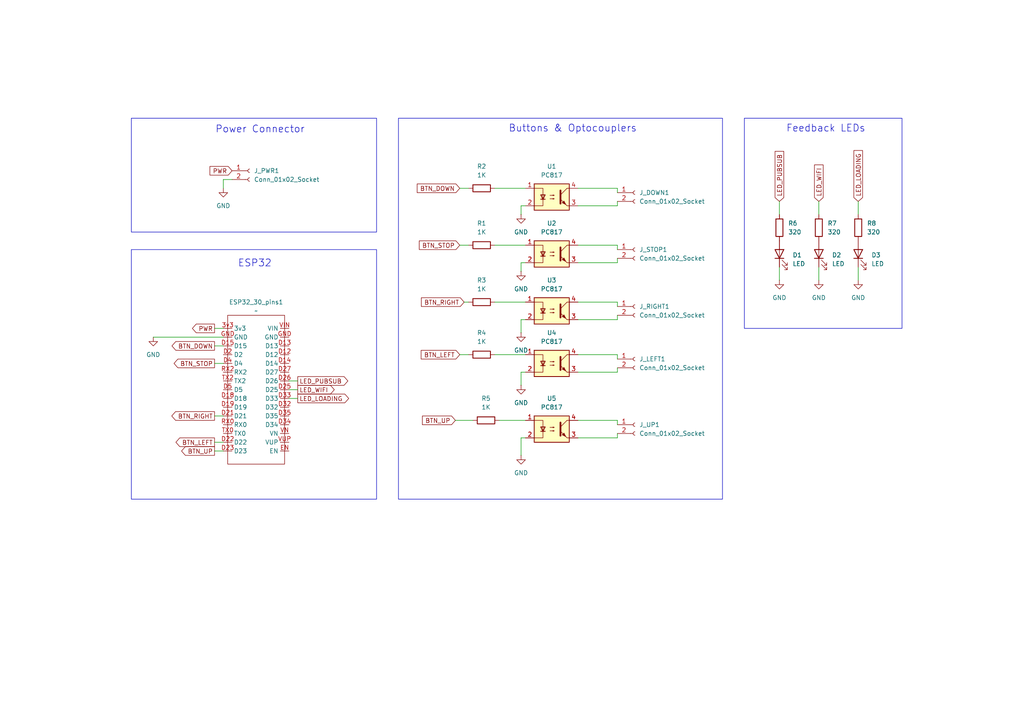
<source format=kicad_sch>
(kicad_sch (version 20231120) (generator "eeschema") (generator_version "8.0")
  (paper "A4")
  (lib_symbols
    (symbol "Connector:Conn_01x02_Socket" (pin_names (offset 1.016) hide)
      (property "Reference" "J" (at 0 2.54 0))
      (property "Value" "Conn_01x02_Socket" (at 0 -5.08 0))
      (symbol "Conn_01x02_Socket_1_1"
        (arc (start 0 -2.032) (mid -0.5058 -2.54) (end 0 -3.048) (stroke (width 0.1524)))
        (polyline (pts (xy -1.27 -2.54) (xy -0.508 -2.54)) (stroke (width 0.1524)))
        (polyline (pts (xy -1.27 0) (xy -0.508 0)) (stroke (width 0.1524)))
        (arc (start 0 0.508) (mid -0.5058 0) (end 0 -0.508) (stroke (width 0.1524)))
        (pin passive line (at -5.08 0 0) (length 3.81) (name "Pin_1") (number "1"))
        (pin passive line (at -5.08 -2.54 0) (length 3.81) (name "Pin_2") (number "2"))
      )
    )
    (symbol "Connector:Conn_ESP_32_DEVKIT_30_pins"
      (property "Reference" "ESP32_30_pins1" (at 9.525 7.62 0))
      (property "Value" "~" (at 9.525 5.08 0))
      (symbol "Conn_ESP_32_DEVKIT_30_pins_0_1"
        (rectangle (start 1.27 3.81) (end 17.78 -39.37))
      )
      (symbol "Conn_ESP_32_DEVKIT_30_pins_1_1"
        (pin bidirectional line (at 0 0 0) (length 2.54) (name "3v3") (number "3v3"))
        (pin input line (at 19.05 -7.62 180) (length 2.54) (name "D12") (number "D12"))
        (pin input line (at 19.05 -5.08 180) (length 2.54) (name "D13") (number "D13"))
        (pin input line (at 19.05 -10.16 180) (length 2.54) (name "D14") (number "D14"))
        (pin bidirectional line (at 0 -5.08 0) (length 2.54) (name "D15") (number "D15"))
        (pin input line (at 0 -20.32 0) (length 2.54) (name "D18") (number "D18"))
        (pin input line (at 0 -22.86 0) (length 2.54) (name "D19") (number "D19"))
        (pin input line (at 0 -7.62 0) (length 2.54) (name "D2") (number "D2"))
        (pin input line (at 0 -25.4 0) (length 2.54) (name "D21") (number "D21"))
        (pin input line (at 0 -33.02 0) (length 2.54) (name "D22") (number "D22"))
        (pin input line (at 0 -35.56 0) (length 2.54) (name "D23") (number "D23"))
        (pin input line (at 19.05 -17.78 180) (length 2.54) (name "D25") (number "D25"))
        (pin input line (at 19.05 -15.24 180) (length 2.54) (name "D26") (number "D26"))
        (pin input line (at 19.05 -12.7 180) (length 2.54) (name "D27") (number "D27"))
        (pin input line (at 19.05 -22.86 180) (length 2.54) (name "D32") (number "D32"))
        (pin input line (at 19.05 -20.32 180) (length 2.54) (name "D33") (number "D33"))
        (pin input line (at 19.05 -27.94 180) (length 2.54) (name "D34") (number "D34"))
        (pin input line (at 19.05 -25.4 180) (length 2.54) (name "D35") (number "D35"))
        (pin input line (at 0 -10.16 0) (length 2.54) (name "D4") (number "D4"))
        (pin input line (at 0 -17.78 0) (length 2.54) (name "D5") (number "D5"))
        (pin bidirectional line (at 19.05 -35.56 180) (length 2.54) (name "EN") (number "EN"))
        (pin output line (at 0 -2.54 0) (length 2.54) (name "GND") (number "GND"))
        (pin input line (at 19.05 -2.54 180) (length 2.54) (name "GND") (number "GND"))
        (pin input line (at 0 -27.94 0) (length 2.54) (name "RX0") (number "RX0"))
        (pin input line (at 0 -12.7 0) (length 2.54) (name "RX2") (number "RX2"))
        (pin input line (at 0 -30.48 0) (length 2.54) (name "TX0") (number "TX0"))
        (pin input line (at 0 -15.24 0) (length 2.54) (name "TX2") (number "TX2"))
        (pin input line (at 19.05 0 180) (length 2.54) (name "VIN") (number "VIN"))
        (pin bidirectional line (at 19.05 -30.48 180) (length 2.54) (name "VN") (number "VN"))
        (pin output line (at 19.05 -33.02 180) (length 2.54) (name "VUP") (number "VUP"))
      )
    )
    (symbol "Device:LED" (pin_numbers hide) (pin_names (offset 1.016) hide)
      (property "Reference" "D" (at 0 2.54 0))
      (property "Value" "LED" (at 0 -2.54 0))
      (symbol "LED_0_1"
        (polyline (pts (xy -1.27 -1.27) (xy -1.27 1.27)) (stroke (width 0.254)))
        (polyline (pts (xy -1.27 0) (xy 1.27 0)))
        (polyline (pts (xy 1.27 -1.27) (xy 1.27 1.27) (xy -1.27 0) (xy 1.27 -1.27)) (stroke (width 0.254)))
        (polyline (pts (xy -3.048 -0.762) (xy -4.572 -2.286) (xy -3.81 -2.286) (xy -4.572 -2.286) (xy -4.572 -1.524)))
        (polyline (pts (xy -1.778 -0.762) (xy -3.302 -2.286) (xy -2.54 -2.286) (xy -3.302 -2.286) (xy -3.302 -1.524)))
      )
      (symbol "LED_1_1"
        (pin passive line (at -3.81 0 0) (length 2.54) (name "K") (number "1"))
        (pin passive line (at 3.81 0 180) (length 2.54) (name "A") (number "2"))
      )
    )
    (symbol "Device:R" (pin_numbers hide) (pin_names (offset 0))
      (property "Reference" "R" (at 2.032 0 90))
      (property "Value" "R" (at 0 0 90))
      (symbol "R_0_1"
        (rectangle (start -1.016 -2.54) (end 1.016 2.54) (stroke (width 0.254)))
      )
      (symbol "R_1_1"
        (pin passive line (at 0 3.81 270) (length 1.27) (name "~") (number "1"))
        (pin passive line (at 0 -3.81 90) (length 1.27) (name "~") (number "2"))
      )
    )
    (symbol "Isolator:PC817" (pin_names (offset 1.016))
      (property "Reference" "U" (at -5.08 5.08 0))
      (property "Value" "PC817" (at 0 5.08 0))
      (symbol "PC817_0_1"
        (rectangle (start -5.08 3.81) (end 5.08 -3.81) (stroke (width 0.254)) (fill (type background)))
        (polyline (pts (xy -3.175 -0.635) (xy -1.905 -0.635)) (stroke (width 0.254)))
        (polyline (pts (xy 2.54 0.635) (xy 4.445 2.54)))
        (polyline (pts (xy 4.445 -2.54) (xy 2.54 -0.635)) (fill (type outline)))
        (polyline (pts (xy 4.445 -2.54) (xy 5.08 -2.54)))
        (polyline (pts (xy 4.445 2.54) (xy 5.08 2.54)))
        (polyline (pts (xy -5.08 2.54) (xy -2.54 2.54) (xy -2.54 -0.635)))
        (polyline (pts (xy -2.54 -0.635) (xy -2.54 -2.54) (xy -5.08 -2.54)))
        (polyline (pts (xy 2.54 1.905) (xy 2.54 -1.905) (xy 2.54 -1.905)) (stroke (width 0.508)))
        (polyline (pts (xy -2.54 -0.635) (xy -3.175 0.635) (xy -1.905 0.635) (xy -2.54 -0.635)) (stroke (width 0.254)))
        (polyline (pts (xy -0.508 -0.508) (xy 0.762 -0.508) (xy 0.381 -0.635) (xy 0.381 -0.381) (xy 0.762 -0.508)))
        (polyline (pts (xy -0.508 0.508) (xy 0.762 0.508) (xy 0.381 0.381) (xy 0.381 0.635) (xy 0.762 0.508)))
        (polyline (pts (xy 3.048 -1.651) (xy 3.556 -1.143) (xy 4.064 -2.159) (xy 3.048 -1.651) (xy 3.048 -1.651)) (fill (type outline)))
      )
      (symbol "PC817_1_1"
        (pin passive line (at -7.62 2.54 0) (length 2.54) (name "~") (number "1"))
        (pin passive line (at -7.62 -2.54 0) (length 2.54) (name "~") (number "2"))
        (pin passive line (at 7.62 -2.54 180) (length 2.54) (name "~") (number "3"))
        (pin passive line (at 7.62 2.54 180) (length 2.54) (name "~") (number "4"))
      )
    )
    (symbol "power:GND" (power) (pin_numbers hide) (pin_names (offset 0) hide)
      (property "Value" "GND" (at 0 -3.81 0))
      (symbol "GND_0_1"
        (polyline (pts (xy 0 0) (xy 0 -1.27) (xy 1.27 -1.27) (xy 0 -2.54) (xy -1.27 -1.27) (xy 0 -1.27)))
      )
      (symbol "GND_1_1"
        (pin power_in line (at 0 0 270) (length 0) (name "~") (number "1"))
      )
    )
  )
  (wire (pts (xy 151.13 76.2) (xy 152.4 76.2)))
  (wire (pts (xy 133.35 71.12) (xy 135.89 71.12)))
  (wire (pts (xy 237.49 58.42) (xy 237.49 62.23)))
  (wire (pts (xy 86.36 115.57) (xy 83.82 115.57)))
  (wire (pts (xy 179.07 107.95) (xy 179.07 106.68)))
  (wire (pts (xy 167.64 92.71) (xy 179.07 92.71)))
  (wire (pts (xy 151.13 111.76) (xy 151.13 107.95)))
  (wire (pts (xy 179.07 76.2) (xy 179.07 74.93)))
  (wire (pts (xy 179.07 87.63) (xy 179.07 88.9)))
  (wire (pts (xy 167.64 107.95) (xy 179.07 107.95)))
  (wire (pts (xy 179.07 92.71) (xy 179.07 91.44)))
  (wire (pts (xy 143.51 54.61) (xy 152.4 54.61)))
  (wire (pts (xy 133.35 54.61) (xy 135.89 54.61)))
  (wire (pts (xy 151.13 127) (xy 152.4 127)))
  (wire (pts (xy 151.13 78.74) (xy 151.13 76.2)))
  (wire (pts (xy 151.13 107.95) (xy 152.4 107.95)))
  (wire (pts (xy 179.07 127) (xy 179.07 125.73)))
  (wire (pts (xy 248.92 77.47) (xy 248.92 81.28)))
  (wire (pts (xy 248.92 58.42) (xy 248.92 62.23)))
  (wire (pts (xy 151.13 96.52) (xy 151.13 92.71)))
  (wire (pts (xy 143.51 87.63) (xy 152.4 87.63)))
  (wire (pts (xy 143.51 102.87) (xy 152.4 102.87)))
  (wire (pts (xy 86.36 110.49) (xy 83.82 110.49)))
  (wire (pts (xy 62.23 95.25) (xy 64.77 95.25)))
  (wire (pts (xy 151.13 62.23) (xy 151.13 59.69)))
  (wire (pts (xy 167.64 59.69) (xy 179.07 59.69)))
  (wire (pts (xy 179.07 54.61) (xy 179.07 55.88)))
  (wire (pts (xy 167.64 54.61) (xy 179.07 54.61)))
  (wire (pts (xy 179.07 121.92) (xy 179.07 123.19)))
  (wire (pts (xy 62.23 120.65) (xy 64.77 120.65)))
  (wire (pts (xy 132.08 121.92) (xy 137.16 121.92)))
  (wire (pts (xy 86.36 113.03) (xy 83.82 113.03)))
  (wire (pts (xy 134.62 87.63) (xy 135.89 87.63)))
  (wire (pts (xy 167.64 127) (xy 179.07 127)))
  (wire (pts (xy 167.64 71.12) (xy 179.07 71.12)))
  (wire (pts (xy 144.78 121.92) (xy 152.4 121.92)))
  (wire (pts (xy 151.13 92.71) (xy 152.4 92.71)))
  (wire (pts (xy 62.23 130.81) (xy 64.77 130.81)))
  (wire (pts (xy 64.77 52.07) (xy 67.31 52.07)))
  (wire (pts (xy 62.23 128.27) (xy 64.77 128.27)))
  (wire (pts (xy 151.13 132.08) (xy 151.13 127)))
  (wire (pts (xy 237.49 77.47) (xy 237.49 81.28)))
  (wire (pts (xy 64.77 54.61) (xy 64.77 52.07)))
  (wire (pts (xy 167.64 121.92) (xy 179.07 121.92)))
  (wire (pts (xy 151.13 59.69) (xy 152.4 59.69)))
  (wire (pts (xy 62.23 100.33) (xy 64.77 100.33)))
  (wire (pts (xy 179.07 59.69) (xy 179.07 58.42)))
  (wire (pts (xy 167.64 102.87) (xy 179.07 102.87)))
  (wire (pts (xy 44.45 97.79) (xy 64.77 97.79)))
  (wire (pts (xy 143.51 71.12) (xy 152.4 71.12)))
  (wire (pts (xy 62.23 105.41) (xy 64.77 105.41)))
  (wire (pts (xy 226.06 77.47) (xy 226.06 81.28)))
  (wire (pts (xy 167.64 87.63) (xy 179.07 87.63)))
  (wire (pts (xy 179.07 102.87) (xy 179.07 104.14)))
  (wire (pts (xy 133.35 102.87) (xy 135.89 102.87)))
  (wire (pts (xy 167.64 76.2) (xy 179.07 76.2)))
  (wire (pts (xy 226.06 58.42) (xy 226.06 62.23)))
  (wire (pts (xy 179.07 71.12) (xy 179.07 72.39)))
  (rectangle (start 38.1 34.29) (end 109.22 67.31))
  (rectangle (start 215.9 34.29) (end 261.62 95.25))
  (rectangle (start 38.1 72.39) (end 109.22 144.78))
  (rectangle (start 115.57 34.29) (end 209.55 144.78))
  (text "ESP32" (at 73.914 76.454 0) (effects (font (size 2.032 2.032))))
  (text "Feedback LEDs\n" (at 239.522 37.338 0) (effects (font (size 2.032 2.032))))
  (text "Power Connector" (at 75.438 37.592 0) (effects (font (size 2.032 2.032))))
  (text "Buttons & Optocouplers" (at 166.116 37.338 0) (effects (font (size 2.032 2.032))))
  (global_label "LED_WIFI" (shape output) (at 86.36 113.03 0) (property "Intersheetrefs" "${INTERSHEET_REFS}" (effects (hide yes))))
  (global_label "PWR" (shape output) (at 62.23 95.25 180) (property "Intersheetrefs" "${INTERSHEET_REFS}" (effects (hide yes))))
  (global_label "BTN_STOP" (shape output) (at 62.23 105.41 180) (property "Intersheetrefs" "${INTERSHEET_REFS}" (effects (hide yes))))
  (global_label "BTN_LEFT" (shape output) (at 62.23 128.27 180) (property "Intersheetrefs" "${INTERSHEET_REFS}" (effects (hide yes))))
  (global_label "BTN_RIGHT" (shape output) (at 62.23 120.65 180) (property "Intersheetrefs" "${INTERSHEET_REFS}" (effects (hide yes))))
  (global_label "LED_LOADING" (shape output) (at 86.36 115.57 0) (property "Intersheetrefs" "${INTERSHEET_REFS}" (effects (hide yes))))
  (global_label "LED_LOADING" (shape input) (at 248.92 58.42 90) (property "Intersheetrefs" "${INTERSHEET_REFS}" (effects (hide yes))))
  (global_label "BTN_DOWN" (shape input) (at 133.35 54.61 180) (property "Intersheetrefs" "${INTERSHEET_REFS}" (effects (hide yes))))
  (global_label "BTN_UP" (shape input) (at 132.08 121.92 180) (property "Intersheetrefs" "${INTERSHEET_REFS}" (effects (hide yes))))
  (global_label "LED_PUBSUB" (shape output) (at 86.36 110.49 0) (property "Intersheetrefs" "${INTERSHEET_REFS}" (effects (hide yes))))
  (global_label "LED_WIFI" (shape input) (at 237.49 58.42 90) (property "Intersheetrefs" "${INTERSHEET_REFS}" (effects (hide yes))))
  (global_label "BTN_STOP" (shape input) (at 133.35 71.12 180) (property "Intersheetrefs" "${INTERSHEET_REFS}" (effects (hide yes))))
  (global_label "BTN_UP" (shape output) (at 62.23 130.81 180) (property "Intersheetrefs" "${INTERSHEET_REFS}" (effects (hide yes))))
  (global_label "BTN_LEFT" (shape input) (at 133.35 102.87 180) (property "Intersheetrefs" "${INTERSHEET_REFS}" (effects (hide yes))))
  (global_label "BTN_DOWN" (shape output) (at 62.23 100.33 180) (property "Intersheetrefs" "${INTERSHEET_REFS}" (effects (hide yes))))
  (global_label "BTN_RIGHT" (shape input) (at 134.62 87.63 180) (property "Intersheetrefs" "${INTERSHEET_REFS}" (effects (hide yes))))
  (global_label "LED_PUBSUB" (shape input) (at 226.06 58.42 90) (property "Intersheetrefs" "${INTERSHEET_REFS}" (effects (hide yes))))
  (global_label "PWR" (shape input) (at 67.31 49.53 180) (property "Intersheetrefs" "${INTERSHEET_REFS}" (effects (hide yes))))
  (symbol (lib_id "Isolator:PC817") (at 160.02 105.41 0) (unit 1)
    (property "Reference" "U4" (at 160.02 96.52 0))
    (property "Value" "PC817" (at 160.02 99.06 0))
    (property "Footprint" "Package_DIP:DIP-4_W7.62mm" (effects (hide yes)))
    (property "Datasheet" "http://www.soselectronic.cz/a_info/resource/d/pc817.pdf" (effects (hide yes)))
    (property "Description" "DC Optocoupler, Vce 35V, CTR 50-300%, DIP-4" (effects (hide yes)))
  )
  (symbol (lib_id "Device:R") (at 139.7 54.61 90) (unit 1)
    (property "Reference" "R2" (at 139.7 48.26 90))
    (property "Value" "1K" (at 139.7 50.8 90))
    (property "Footprint" "Resistor_THT:R_Axial_DIN0207_L6.3mm_D2.5mm_P7.62mm_Horizontal" (effects (hide yes)))
    (property "Description" "Resistor" (effects (hide yes)))
  )
  (symbol (lib_id "power:GND") (at 151.13 78.74 0) (unit 1)
    (property "Reference" "#PWR04" (effects (hide yes)))
    (property "Value" "GND" (at 151.13 83.82 0))
    (property "Description" "Power symbol creates a global label with name \"GND\" , ground" (effects (hide yes)))
  )
  (symbol (lib_id "Connector:Conn_01x02_Socket") (at 184.15 55.88 0) (unit 1)
    (property "Reference" "J_DOWN1" (at 185.42 55.8799 0) (effects (justify left)))
    (property "Value" "Conn_01x02_Socket" (at 185.42 58.4199 0) (effects (justify left)))
    (property "Footprint" "Connector_PinHeader_2.54mm:PinHeader_1x02_P2.54mm_Vertical" (effects (hide yes)))
    (property "Description" "Generic connector, single row, 01x02, script generated" (effects (hide yes)))
  )
  (symbol (lib_id "Device:LED") (at 237.49 73.66 90) (unit 1)
    (property "Reference" "D2" (at 241.3 73.9774 90) (effects (justify right)))
    (property "Value" "LED" (at 241.3 76.5174 90) (effects (justify right)))
    (property "Footprint" "LED_THT:LED_D3.0mm" (effects (hide yes)))
    (property "Description" "Light emitting diode" (effects (hide yes)))
  )
  (symbol (lib_id "Isolator:PC817") (at 160.02 73.66 0) (unit 1)
    (property "Reference" "U2" (at 160.02 64.77 0))
    (property "Value" "PC817" (at 160.02 67.31 0))
    (property "Footprint" "Package_DIP:DIP-4_W7.62mm" (effects (hide yes)))
    (property "Datasheet" "http://www.soselectronic.cz/a_info/resource/d/pc817.pdf" (effects (hide yes)))
    (property "Description" "DC Optocoupler, Vce 35V, CTR 50-300%, DIP-4" (effects (hide yes)))
  )
  (symbol (lib_id "Device:R") (at 139.7 71.12 90) (unit 1)
    (property "Reference" "R1" (at 139.7 64.77 90))
    (property "Value" "1K" (at 139.7 67.31 90))
    (property "Footprint" "Resistor_THT:R_Axial_DIN0207_L6.3mm_D2.5mm_P7.62mm_Horizontal" (effects (hide yes)))
    (property "Description" "Resistor" (effects (hide yes)))
  )
  (symbol (lib_id "Device:R") (at 226.06 66.04 0) (unit 1)
    (property "Reference" "R6" (at 228.6 64.7699 0) (effects (justify left)))
    (property "Value" "320" (at 228.6 67.3099 0) (effects (justify left)))
    (property "Footprint" "Resistor_THT:R_Axial_DIN0207_L6.3mm_D2.5mm_P7.62mm_Horizontal" (effects (hide yes)))
    (property "Description" "Resistor" (effects (hide yes)))
  )
  (symbol (lib_id "Device:LED") (at 248.92 73.66 90) (unit 1)
    (property "Reference" "D3" (at 252.73 73.9774 90) (effects (justify right)))
    (property "Value" "LED" (at 252.73 76.5174 90) (effects (justify right)))
    (property "Footprint" "LED_THT:LED_D3.0mm" (effects (hide yes)))
    (property "Description" "Light emitting diode" (effects (hide yes)))
  )
  (symbol (lib_id "power:GND") (at 44.45 97.79 0) (unit 1)
    (property "Reference" "#PWR06" (effects (hide yes)))
    (property "Value" "GND" (at 44.45 102.87 0))
    (property "Description" "Power symbol creates a global label with name \"GND\" , ground" (effects (hide yes)))
  )
  (symbol (lib_id "Connector:Conn_01x02_Socket") (at 72.39 49.53 0) (unit 1)
    (property "Reference" "J_PWR1" (at 73.66 49.5299 0) (effects (justify left)))
    (property "Value" "Conn_01x02_Socket" (at 73.66 52.0699 0) (effects (justify left)))
    (property "Footprint" "Connector_PinHeader_2.54mm:PinHeader_1x02_P2.54mm_Vertical" (effects (hide yes)))
    (property "Description" "Generic connector, single row, 01x02, script generated" (effects (hide yes)))
  )
  (symbol (lib_id "Connector:Conn_01x02_Socket") (at 184.15 88.9 0) (unit 1)
    (property "Reference" "J_RIGHT1" (at 185.42 88.8999 0) (effects (justify left)))
    (property "Value" "Conn_01x02_Socket" (at 185.42 91.4399 0) (effects (justify left)))
    (property "Footprint" "Connector_PinHeader_2.54mm:PinHeader_1x02_P2.54mm_Vertical" (effects (hide yes)))
    (property "Description" "Generic connector, single row, 01x02, script generated" (effects (hide yes)))
  )
  (symbol (lib_id "power:GND") (at 237.49 81.28 0) (unit 1)
    (property "Reference" "#PWR09" (effects (hide yes)))
    (property "Value" "GND" (at 237.49 86.36 0))
    (property "Description" "Power symbol creates a global label with name \"GND\" , ground" (effects (hide yes)))
  )
  (symbol (lib_id "Isolator:PC817") (at 160.02 57.15 0) (unit 1)
    (property "Reference" "U1" (at 160.02 48.26 0))
    (property "Value" "PC817" (at 160.02 50.8 0))
    (property "Footprint" "Package_DIP:DIP-4_W7.62mm" (effects (hide yes)))
    (property "Datasheet" "http://www.soselectronic.cz/a_info/resource/d/pc817.pdf" (effects (hide yes)))
    (property "Description" "DC Optocoupler, Vce 35V, CTR 50-300%, DIP-4" (effects (hide yes)))
  )
  (symbol (lib_id "Connector:Conn_01x02_Socket") (at 184.15 104.14 0) (unit 1)
    (property "Reference" "J_LEFT1" (at 185.42 104.1399 0) (effects (justify left)))
    (property "Value" "Conn_01x02_Socket" (at 185.42 106.6799 0) (effects (justify left)))
    (property "Footprint" "Connector_PinHeader_2.54mm:PinHeader_1x02_P2.54mm_Vertical" (effects (hide yes)))
    (property "Description" "Generic connector, single row, 01x02, script generated" (effects (hide yes)))
  )
  (symbol (lib_id "power:GND") (at 226.06 81.28 0) (unit 1)
    (property "Reference" "#PWR08" (effects (hide yes)))
    (property "Value" "GND" (at 226.06 86.36 0))
    (property "Description" "Power symbol creates a global label with name \"GND\" , ground" (effects (hide yes)))
  )
  (symbol (lib_id "Device:R") (at 139.7 87.63 90) (unit 1)
    (property "Reference" "R3" (at 139.7 81.28 90))
    (property "Value" "1K" (at 139.7 83.82 90))
    (property "Footprint" "Resistor_THT:R_Axial_DIN0207_L6.3mm_D2.5mm_P7.62mm_Horizontal" (effects (hide yes)))
    (property "Description" "Resistor" (effects (hide yes)))
  )
  (symbol (lib_id "power:GND") (at 64.77 54.61 0) (unit 1)
    (property "Reference" "#PWR07" (effects (hide yes)))
    (property "Value" "GND" (at 64.77 59.69 0))
    (property "Description" "Power symbol creates a global label with name \"GND\" , ground" (effects (hide yes)))
  )
  (symbol (lib_id "Connector:Conn_01x02_Socket") (at 184.15 72.39 0) (unit 1)
    (property "Reference" "J_STOP1" (at 185.42 72.3899 0) (effects (justify left)))
    (property "Value" "Conn_01x02_Socket" (at 185.42 74.9299 0) (effects (justify left)))
    (property "Footprint" "Connector_PinHeader_2.54mm:PinHeader_1x02_P2.54mm_Vertical" (effects (hide yes)))
    (property "Description" "Generic connector, single row, 01x02, script generated" (effects (hide yes)))
  )
  (symbol (lib_id "Connector:Conn_01x02_Socket") (at 184.15 123.19 0) (unit 1)
    (property "Reference" "J_UP1" (at 185.42 123.1899 0) (effects (justify left)))
    (property "Value" "Conn_01x02_Socket" (at 185.42 125.7299 0) (effects (justify left)))
    (property "Footprint" "Connector_PinHeader_2.54mm:PinHeader_1x02_P2.54mm_Vertical" (effects (hide yes)))
    (property "Description" "Generic connector, single row, 01x02, script generated" (effects (hide yes)))
  )
  (symbol (lib_id "power:GND") (at 151.13 132.08 0) (unit 1)
    (property "Reference" "#PWR01" (effects (hide yes)))
    (property "Value" "GND" (at 151.13 137.16 0))
    (property "Description" "Power symbol creates a global label with name \"GND\" , ground" (effects (hide yes)))
  )
  (symbol (lib_id "Device:R") (at 248.92 66.04 0) (unit 1)
    (property "Reference" "R8" (at 251.46 64.7699 0) (effects (justify left)))
    (property "Value" "320" (at 251.46 67.3099 0) (effects (justify left)))
    (property "Footprint" "Resistor_THT:R_Axial_DIN0207_L6.3mm_D2.5mm_P7.62mm_Horizontal" (effects (hide yes)))
    (property "Description" "Resistor" (effects (hide yes)))
  )
  (symbol (lib_id "Device:R") (at 237.49 66.04 0) (unit 1)
    (property "Reference" "R7" (at 240.03 64.7699 0) (effects (justify left)))
    (property "Value" "320" (at 240.03 67.3099 0) (effects (justify left)))
    (property "Footprint" "Resistor_THT:R_Axial_DIN0207_L6.3mm_D2.5mm_P7.62mm_Horizontal" (effects (hide yes)))
    (property "Description" "Resistor" (effects (hide yes)))
  )
  (symbol (lib_id "power:GND") (at 151.13 96.52 0) (unit 1)
    (property "Reference" "#PWR03" (effects (hide yes)))
    (property "Value" "GND" (at 151.13 101.6 0))
    (property "Description" "Power symbol creates a global label with name \"GND\" , ground" (effects (hide yes)))
  )
  (symbol (lib_id "power:GND") (at 248.92 81.28 0) (unit 1)
    (property "Reference" "#PWR010" (effects (hide yes)))
    (property "Value" "GND" (at 248.92 86.36 0))
    (property "Description" "Power symbol creates a global label with name \"GND\" , ground" (effects (hide yes)))
  )
  (symbol (lib_id "Connector:Conn_ESP_32_DEVKIT_30_pins") (at 64.77 95.25 0) (unit 1)
    (property "Reference" "ESP32_30_pins1" (at 74.295 87.63 0))
    (property "Value" "~" (at 74.295 90.17 0))
    (property "Footprint" "Connector:ESP_32_DevKit_30" (effects (hide yes)))
  )
  (symbol (lib_id "Isolator:PC817") (at 160.02 90.17 0) (unit 1)
    (property "Reference" "U3" (at 160.02 81.28 0))
    (property "Value" "PC817" (at 160.02 83.82 0))
    (property "Footprint" "Package_DIP:DIP-4_W7.62mm" (effects (hide yes)))
    (property "Datasheet" "http://www.soselectronic.cz/a_info/resource/d/pc817.pdf" (effects (hide yes)))
    (property "Description" "DC Optocoupler, Vce 35V, CTR 50-300%, DIP-4" (effects (hide yes)))
  )
  (symbol (lib_id "power:GND") (at 151.13 62.23 0) (unit 1)
    (property "Reference" "#PWR05" (effects (hide yes)))
    (property "Value" "GND" (at 151.13 67.31 0))
    (property "Description" "Power symbol creates a global label with name \"GND\" , ground" (effects (hide yes)))
  )
  (symbol (lib_id "Isolator:PC817") (at 160.02 124.46 0) (unit 1)
    (property "Reference" "U5" (at 160.02 115.57 0))
    (property "Value" "PC817" (at 160.02 118.11 0))
    (property "Footprint" "Package_DIP:DIP-4_W7.62mm" (effects (hide yes)))
    (property "Datasheet" "http://www.soselectronic.cz/a_info/resource/d/pc817.pdf" (effects (hide yes)))
    (property "Description" "DC Optocoupler, Vce 35V, CTR 50-300%, DIP-4" (effects (hide yes)))
  )
  (symbol (lib_id "Device:R") (at 139.7 102.87 90) (unit 1)
    (property "Reference" "R4" (at 139.7 96.52 90))
    (property "Value" "1K" (at 139.7 99.06 90))
    (property "Footprint" "Resistor_THT:R_Axial_DIN0207_L6.3mm_D2.5mm_P7.62mm_Horizontal" (effects (hide yes)))
    (property "Description" "Resistor" (effects (hide yes)))
  )
  (symbol (lib_id "Device:LED") (at 226.06 73.66 90) (unit 1)
    (property "Reference" "D1" (at 229.87 73.9774 90) (effects (justify right)))
    (property "Value" "LED" (at 229.87 76.5174 90) (effects (justify right)))
    (property "Footprint" "LED_THT:LED_D3.0mm" (effects (hide yes)))
    (property "Description" "Light emitting diode" (effects (hide yes)))
  )
  (symbol (lib_id "power:GND") (at 151.13 111.76 0) (unit 1)
    (property "Reference" "#PWR02" (effects (hide yes)))
    (property "Value" "GND" (at 151.13 116.84 0))
    (property "Description" "Power symbol creates a global label with name \"GND\" , ground" (effects (hide yes)))
  )
  (symbol (lib_id "Device:R") (at 140.97 121.92 90) (unit 1)
    (property "Reference" "R5" (at 140.97 115.57 90))
    (property "Value" "1K" (at 140.97 118.11 90))
    (property "Footprint" "Resistor_THT:R_Axial_DIN0207_L6.3mm_D2.5mm_P7.62mm_Horizontal" (effects (hide yes)))
    (property "Description" "Resistor" (effects (hide yes)))
  )
)
</source>
